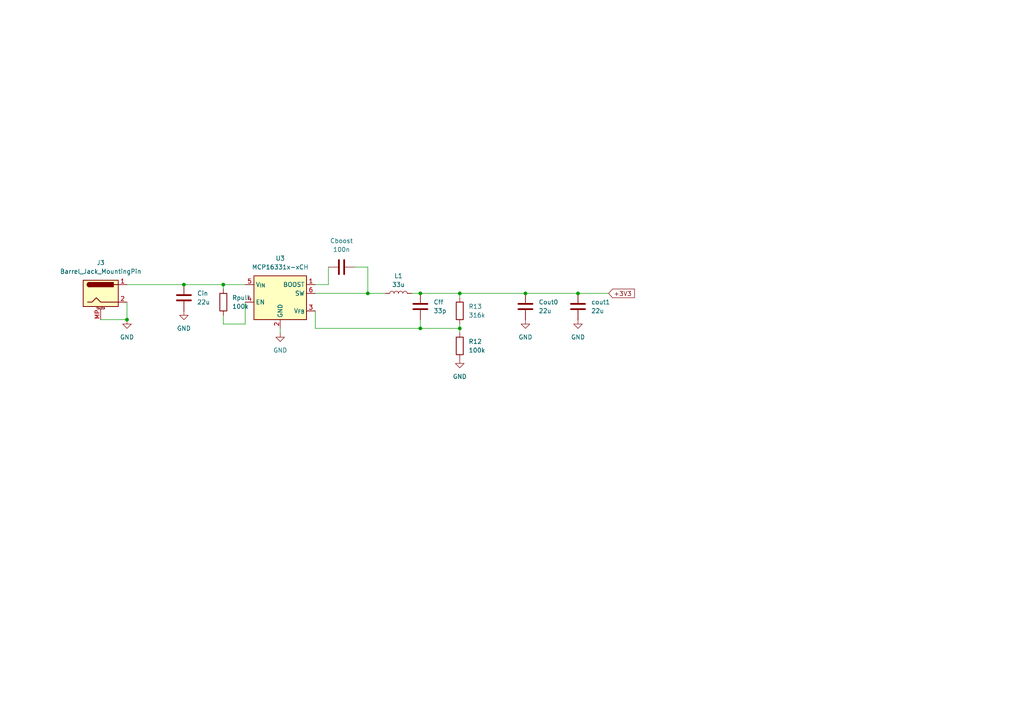
<source format=kicad_sch>
(kicad_sch (version 20250114) (generator "eeschema") (generator_version "9.0")
  (paper "A4")
  (lib_symbols
    (symbol "Connector:Barrel_Jack_MountingPin" (pin_names (hide yes))
      (property "Reference" "J" (at 0 5.334 0))
      (property "Value" "Barrel_Jack_MountingPin" (at 1.27 -6.35 0))
      (symbol "Barrel_Jack_MountingPin_0_1"
        (rectangle (start -5.08 3.81) (end 5.08 -3.81) (stroke (width 0.254)) (fill (type background)))
        (polyline (pts (xy -3.81 -2.54) (xy -2.54 -2.54) (xy -1.27 -1.27) (xy 0 -2.54) (xy 2.54 -2.54) (xy 5.08 -2.54)) (stroke (width 0.254)))
        (arc (start -3.302 1.905) (mid -3.9343 2.54) (end -3.302 3.175) (stroke (width 0.254)))
        (arc (start -3.302 1.905) (mid -3.9343 2.54) (end -3.302 3.175) (stroke (width 0.254)) (fill (type outline)))
        (rectangle (start 3.683 3.175) (end -3.302 1.905) (stroke (width 0.254)) (fill (type outline)))
        (polyline (pts (xy 5.08 2.54) (xy 3.81 2.54)) (stroke (width 0.254)))
      )
      (symbol "Barrel_Jack_MountingPin_1_1"
        (polyline (pts (xy -1.016 -4.572) (xy 1.016 -4.572)) (stroke (width 0.1524)))
        (text "Mounting" (at 0 -4.191 0) (effects (font (size 0.381 0.381))))
        (pin passive line (at 0 -7.62 90) (length 3.048) (name "MountPin") (number "MP"))
        (pin passive line (at 7.62 2.54 180) (length 2.54) (name "~") (number "1"))
        (pin passive line (at 7.62 -2.54 180) (length 2.54) (name "~") (number "2"))
      )
    )
    (symbol "Device:C" (pin_numbers (hide yes)) (pin_names (offset 0.254))
      (property "Reference" "C" (at 0.635 2.54 0))
      (property "Value" "C" (at 0.635 -2.54 0))
      (symbol "C_0_1"
        (polyline (pts (xy -2.032 0.762) (xy 2.032 0.762)) (stroke (width 0.508)))
        (polyline (pts (xy -2.032 -0.762) (xy 2.032 -0.762)) (stroke (width 0.508)))
      )
      (symbol "C_1_1"
        (pin passive line (at 0 3.81 270) (length 2.794) (name "~") (number "1"))
        (pin passive line (at 0 -3.81 90) (length 2.794) (name "~") (number "2"))
      )
    )
    (symbol "Device:L" (pin_numbers (hide yes)) (pin_names (offset 1.016) (hide yes))
      (property "Reference" "L" (at -1.27 0 90))
      (property "Value" "L" (at 1.905 0 90))
      (symbol "L_0_1"
        (arc (start 0 2.54) (mid 0.6323 1.905) (end 0 1.27))
        (arc (start 0 1.27) (mid 0.6323 0.635) (end 0 0))
        (arc (start 0 0) (mid 0.6323 -0.635) (end 0 -1.27))
        (arc (start 0 -1.27) (mid 0.6323 -1.905) (end 0 -2.54))
      )
      (symbol "L_1_1"
        (pin passive line (at 0 3.81 270) (length 1.27) (name "1") (number "1"))
        (pin passive line (at 0 -3.81 90) (length 1.27) (name "2") (number "2"))
      )
    )
    (symbol "Device:R" (pin_numbers (hide yes)) (pin_names (offset 0))
      (property "Reference" "R" (at 2.032 0 90))
      (property "Value" "R" (at 0 0 90))
      (symbol "R_0_1"
        (rectangle (start -1.016 -2.54) (end 1.016 2.54) (stroke (width 0.254)))
      )
      (symbol "R_1_1"
        (pin passive line (at 0 3.81 270) (length 1.27) (name "~") (number "1"))
        (pin passive line (at 0 -3.81 90) (length 1.27) (name "~") (number "2"))
      )
    )
    (symbol "Regulator_Switching:MCP16331x-xCH"
      (property "Reference" "U" (at -7.874 8.89 0))
      (property "Value" "MCP16331x-xCH" (at 0 8.89 0))
      (symbol "MCP16331x-xCH_0_1"
        (rectangle (start -7.62 7.62) (end 7.62 -5.08) (stroke (width 0.254)) (fill (type background)))
      )
      (symbol "MCP16331x-xCH_1_1"
        (pin power_in line (at -10.16 5.08 0) (length 2.54) (name "V_{IN}") (number "5"))
        (pin input line (at -10.16 0 0) (length 2.54) (name "EN") (number "4"))
        (pin power_in line (at 0 -7.62 90) (length 2.54) (name "GND") (number "2"))
        (pin input line (at 10.16 5.08 180) (length 2.54) (name "BOOST") (number "1"))
        (pin output line (at 10.16 2.54 180) (length 2.54) (name "SW") (number "6"))
        (pin input line (at 10.16 -2.54 180) (length 2.54) (name "V_{FB}") (number "3"))
      )
    )
    (symbol "power:GND" (power) (pin_numbers (hide yes)) (pin_names (offset 0) (hide yes))
      (property "Value" "GND" (at 0 -3.81 0))
      (symbol "GND_0_1"
        (polyline (pts (xy 0 0) (xy 0 -1.27) (xy 1.27 -1.27) (xy 0 -2.54) (xy -1.27 -1.27) (xy 0 -1.27)))
      )
      (symbol "GND_1_1"
        (pin power_in line (at 0 0 270) (length 0) (name "~") (number "1"))
      )
    )
  )
  (junction (at 64.77 82.55))
  (junction (at 167.64 85.09))
  (junction (at 121.92 85.09))
  (junction (at 152.4 85.09))
  (junction (at 36.83 92.71))
  (junction (at 133.35 85.09))
  (junction (at 121.92 95.25))
  (junction (at 106.68 85.09))
  (junction (at 53.34 82.55))
  (junction (at 133.35 95.25))
  (wire (pts (xy 121.92 95.25) (xy 133.35 95.25)))
  (wire (pts (xy 36.83 82.55) (xy 53.34 82.55)))
  (wire (pts (xy 64.77 93.98) (xy 71.12 93.98)))
  (wire (pts (xy 95.25 82.55) (xy 91.44 82.55)))
  (wire (pts (xy 81.28 96.52) (xy 81.28 95.25)))
  (wire (pts (xy 64.77 82.55) (xy 71.12 82.55)))
  (wire (pts (xy 102.87 77.47) (xy 106.68 77.47)))
  (wire (pts (xy 133.35 95.25) (xy 133.35 96.52)))
  (wire (pts (xy 133.35 93.98) (xy 133.35 95.25)))
  (wire (pts (xy 64.77 91.44) (xy 64.77 93.98)))
  (wire (pts (xy 71.12 93.98) (xy 71.12 87.63)))
  (wire (pts (xy 91.44 85.09) (xy 106.68 85.09)))
  (wire (pts (xy 121.92 92.71) (xy 121.92 95.25)))
  (wire (pts (xy 36.83 92.71) (xy 36.83 87.63)))
  (wire (pts (xy 91.44 90.17) (xy 91.44 95.25)))
  (wire (pts (xy 121.92 85.09) (xy 133.35 85.09)))
  (wire (pts (xy 133.35 85.09) (xy 133.35 86.36)))
  (wire (pts (xy 119.38 85.09) (xy 121.92 85.09)))
  (wire (pts (xy 29.21 92.71) (xy 36.83 92.71)))
  (wire (pts (xy 64.77 83.82) (xy 64.77 82.55)))
  (wire (pts (xy 53.34 82.55) (xy 64.77 82.55)))
  (wire (pts (xy 167.64 85.09) (xy 176.53 85.09)))
  (wire (pts (xy 133.35 85.09) (xy 152.4 85.09)))
  (wire (pts (xy 95.25 77.47) (xy 95.25 82.55)))
  (wire (pts (xy 106.68 85.09) (xy 111.76 85.09)))
  (wire (pts (xy 106.68 77.47) (xy 106.68 85.09)))
  (wire (pts (xy 152.4 85.09) (xy 167.64 85.09)))
  (wire (pts (xy 91.44 95.25) (xy 121.92 95.25)))
  (global_label "+3V3" (shape input) (at 176.53 85.09 0) (property "Intersheetrefs" "${INTERSHEET_REFS}" (effects (hide yes))))
  (symbol (lib_id "Device:R") (at 133.35 90.17 0) (unit 1)
    (property "Reference" "R13" (at 135.89 88.8999 0) (effects (justify left)))
    (property "Value" "316k" (at 135.89 91.4399 0) (effects (justify left)))
    (property "Description" "Resistor" (effects (hide yes)))
  )
  (symbol (lib_id "power:GND") (at 167.64 92.71 0) (unit 1)
    (property "Reference" "#PWR020" (effects (hide yes)))
    (property "Value" "GND" (at 167.64 97.79 0))
    (property "Description" "Power symbol creates a global label with name \"GND\" , ground" (effects (hide yes)))
  )
  (symbol (lib_id "Device:C") (at 121.92 88.9 0) (unit 1)
    (property "Reference" "Cff" (at 125.73 87.6299 0) (effects (justify left)))
    (property "Value" "33p" (at 125.73 90.1699 0) (effects (justify left)))
    (property "Description" "Unpolarized capacitor" (effects (hide yes)))
  )
  (symbol (lib_id "Regulator_Switching:MCP16331x-xCH") (at 81.28 87.63 0) (unit 1)
    (property "Reference" "U3" (at 81.28 74.93 0))
    (property "Value" "MCP16331x-xCH" (at 81.28 77.47 0))
    (property "Footprint" "Package_TO_SOT_SMD:SOT-23-6" (effects (hide yes)))
    (property "Datasheet" "http://ww1.microchip.com/downloads/en/DeviceDoc/20005308C.pdf" (effects (hide yes)))
    (property "Description" "High-Voltage Input Integrated Switch Step-Down Regulator, VDD +4.4V to 50V, Out +2.0V to +24V, SOT-23" (effects (hide yes)))
  )
  (symbol (lib_id "power:GND") (at 133.35 104.14 0) (unit 1)
    (property "Reference" "#PWR019" (effects (hide yes)))
    (property "Value" "GND" (at 133.35 109.22 0))
    (property "Description" "Power symbol creates a global label with name \"GND\" , ground" (effects (hide yes)))
  )
  (symbol (lib_id "Device:R") (at 64.77 87.63 0) (unit 1)
    (property "Reference" "Rpull" (at 67.31 86.3599 0) (effects (justify left)))
    (property "Value" "100k" (at 67.31 88.8999 0) (effects (justify left)))
    (property "Description" "Resistor" (effects (hide yes)))
  )
  (symbol (lib_id "Device:L") (at 115.57 85.09 90) (unit 1)
    (property "Reference" "L1" (at 115.57 80.01 90))
    (property "Value" "33u" (at 115.57 82.55 90))
    (property "Description" "Inductor" (effects (hide yes)))
  )
  (symbol (lib_id "Device:R") (at 133.35 100.33 0) (unit 1)
    (property "Reference" "R12" (at 135.89 99.0599 0) (effects (justify left)))
    (property "Value" "100k" (at 135.89 101.5999 0) (effects (justify left)))
    (property "Description" "Resistor" (effects (hide yes)))
  )
  (symbol (lib_id "Device:C") (at 152.4 88.9 0) (unit 1)
    (property "Reference" "Cout0" (at 156.21 87.6299 0) (effects (justify left)))
    (property "Value" "22u" (at 156.21 90.1699 0) (effects (justify left)))
    (property "Description" "Unpolarized capacitor" (effects (hide yes)))
  )
  (symbol (lib_id "power:GND") (at 81.28 96.52 0) (unit 1)
    (property "Reference" "#PWR016" (effects (hide yes)))
    (property "Value" "GND" (at 81.28 101.6 0))
    (property "Description" "Power symbol creates a global label with name \"GND\" , ground" (effects (hide yes)))
  )
  (symbol (lib_id "Device:C") (at 53.34 86.36 0) (unit 1)
    (property "Reference" "Cin" (at 57.15 85.0899 0) (effects (justify left)))
    (property "Value" "22u" (at 57.15 87.6299 0) (effects (justify left)))
    (property "Description" "Unpolarized capacitor" (effects (hide yes)))
  )
  (symbol (lib_id "Device:C") (at 167.64 88.9 0) (unit 1)
    (property "Reference" "cout1" (at 171.45 87.6299 0) (effects (justify left)))
    (property "Value" "22u" (at 171.45 90.1699 0) (effects (justify left)))
    (property "Description" "Unpolarized capacitor" (effects (hide yes)))
  )
  (symbol (lib_id "power:GND") (at 36.83 92.71 0) (unit 1)
    (property "Reference" "#PWR017" (effects (hide yes)))
    (property "Value" "GND" (at 36.83 97.79 0))
    (property "Description" "Power symbol creates a global label with name \"GND\" , ground" (effects (hide yes)))
  )
  (symbol (lib_id "power:GND") (at 53.34 90.17 0) (unit 1)
    (property "Reference" "#PWR018" (effects (hide yes)))
    (property "Value" "GND" (at 53.34 95.25 0))
    (property "Description" "Power symbol creates a global label with name \"GND\" , ground" (effects (hide yes)))
  )
  (symbol (lib_id "Device:C") (at 99.06 77.47 270) (unit 1)
    (property "Reference" "Cboost" (at 99.06 69.85 90))
    (property "Value" "100n" (at 99.06 72.39 90))
    (property "Description" "Unpolarized capacitor" (effects (hide yes)))
  )
  (symbol (lib_id "power:GND") (at 152.4 92.71 0) (unit 1)
    (property "Reference" "#PWR021" (effects (hide yes)))
    (property "Value" "GND" (at 152.4 97.79 0))
    (property "Description" "Power symbol creates a global label with name \"GND\" , ground" (effects (hide yes)))
  )
  (symbol (lib_id "Connector:Barrel_Jack_MountingPin") (at 29.21 85.09 0) (unit 1)
    (property "Reference" "J3" (at 29.21 76.2 0))
    (property "Value" "Barrel_Jack_MountingPin" (at 29.21 78.74 0))
    (property "Description" "DC Barrel Jack with a mounting pin" (effects (hide yes)))
  )
)
</source>
